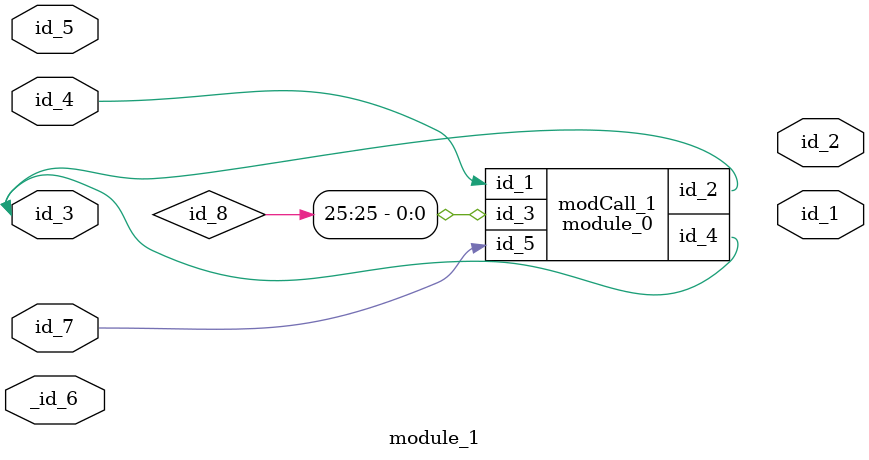
<source format=v>
module module_0 (
    id_1,
    id_2,
    id_3,
    id_4,
    id_5
);
  input wire id_5;
  output wire id_4;
  input wire id_3;
  inout wand id_2;
  input wire id_1;
  assign id_2 = !1;
  assign id_2 = -1;
endmodule
module module_1 #(
    parameter id_6 = 32'd25
) (
    id_1,
    id_2,
    id_3,
    id_4,
    id_5,
    _id_6,
    id_7
);
  input wire id_7;
  input wire _id_6;
  inout wire id_5;
  input wire id_4;
  inout wire id_3;
  output wire id_2;
  output wire id_1;
  wire [-1  &  -1 : id_6] id_8;
  module_0 modCall_1 (
      id_4,
      id_3,
      id_8,
      id_3,
      id_7
  );
endmodule

</source>
